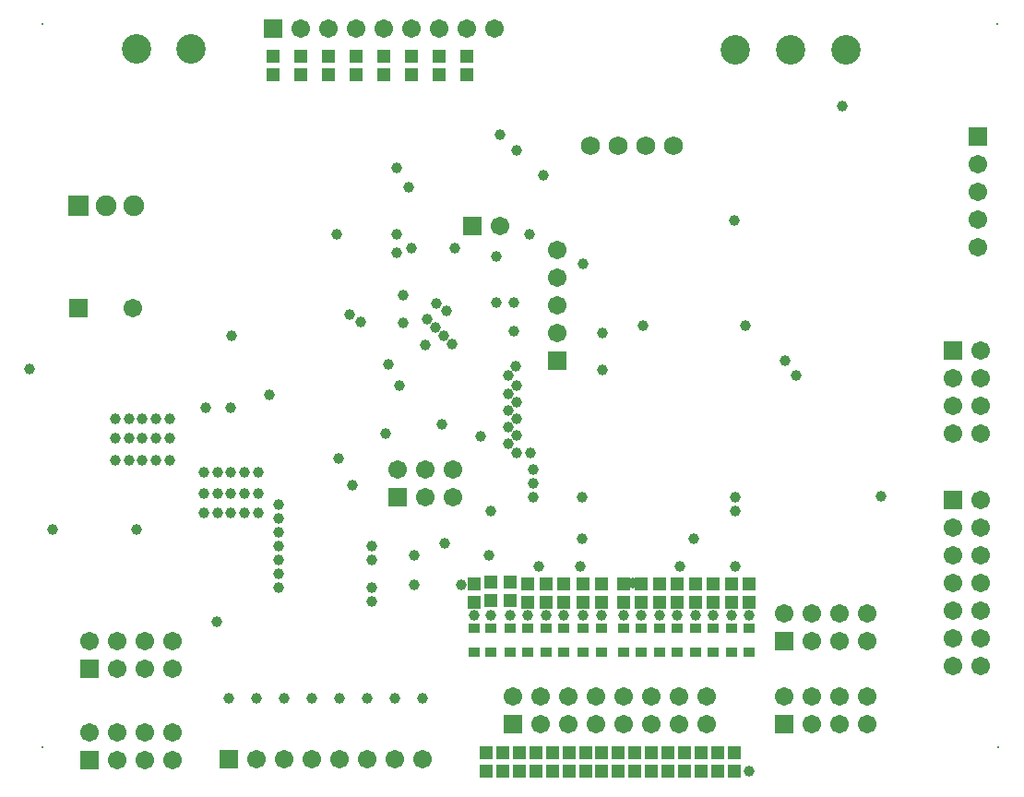
<source format=gbs>
%FSDAX23Y23*%
%MOIN*%
%SFA1B1*%

%IPPOS*%
%ADD60R,0.047400X0.051300*%
%ADD84C,0.067100*%
%ADD85R,0.067100X0.067100*%
%ADD86C,0.008000*%
%ADD87R,0.067100X0.067100*%
%ADD88R,0.074900X0.074900*%
%ADD89C,0.074900*%
%ADD90C,0.068000*%
%ADD91C,0.106400*%
%ADD92C,0.039500*%
%ADD93R,0.040700X0.032800*%
%LNde-110817-1*%
%LPD*%
G54D60*
X03835Y01163D03*
Y01096D03*
X03775Y01163D03*
Y01096D03*
X03715Y01163D03*
Y01096D03*
X03656Y01163D03*
Y01096D03*
X03596Y01163D03*
Y01096D03*
X03415Y01163D03*
Y01096D03*
X03535Y01163D03*
Y01096D03*
X03357Y01163D03*
Y01096D03*
X03475Y01163D03*
Y01096D03*
X03298Y01163D03*
Y01096D03*
X03238Y01163D03*
Y01096D03*
X03178Y01163D03*
Y01096D03*
X03119Y01163D03*
Y01096D03*
X03059Y01163D03*
Y01096D03*
X02999Y01163D03*
Y01096D03*
X02940Y01163D03*
Y01096D03*
X02895Y01706D03*
Y01773D03*
X02955Y01711D03*
Y01778D03*
X03025Y01711D03*
Y01778D03*
X03090Y01706D03*
Y01773D03*
X03355Y01706D03*
Y01773D03*
X03290Y01706D03*
Y01773D03*
X03220Y01706D03*
Y01773D03*
X03155Y01706D03*
Y01773D03*
X03435Y01706D03*
Y01773D03*
X03500Y01706D03*
Y01773D03*
X03565Y01706D03*
Y01773D03*
X03630Y01706D03*
Y01773D03*
X03890Y01706D03*
Y01773D03*
X03825Y01706D03*
Y01773D03*
X03760Y01706D03*
Y01773D03*
X03695Y01706D03*
Y01773D03*
X02170Y03611D03*
Y03678D03*
X02270Y03611D03*
Y03678D03*
X02370Y03611D03*
Y03678D03*
X02470Y03611D03*
Y03678D03*
X02570Y03611D03*
Y03678D03*
X02670Y03611D03*
Y03678D03*
X02770Y03611D03*
Y03678D03*
X02870Y03611D03*
Y03678D03*
G54D84*
X02270Y03780D03*
X02970D03*
X02870D03*
X02770D03*
X02670D03*
X02570D03*
X02470D03*
X02370D03*
X01663Y02770D03*
X04725Y02615D03*
X04625Y02515D03*
X04725D03*
X04625Y02415D03*
X04725D03*
X04625Y02315D03*
X04725D03*
X04715Y03290D03*
Y03190D03*
Y03090D03*
Y02990D03*
X04725Y01475D03*
X04625D03*
X04725Y01575D03*
X04625D03*
X04725Y01675D03*
X04625D03*
X04725Y01775D03*
X04625D03*
X04725Y01875D03*
X04625D03*
X04725Y01975D03*
X04625D03*
X04725Y02075D03*
X02710Y01140D03*
X02610D03*
X02510D03*
X02410D03*
X02310D03*
X02210D03*
X02110D03*
X01505Y01565D03*
X01605Y01465D03*
Y01565D03*
X01705Y01465D03*
Y01565D03*
X01805Y01465D03*
Y01565D03*
X01505Y01235D03*
X01605Y01135D03*
Y01235D03*
X01705Y01135D03*
Y01235D03*
X01805Y01135D03*
Y01235D03*
X04015Y01365D03*
X04115Y01265D03*
Y01365D03*
X04215Y01265D03*
Y01365D03*
X04315Y01265D03*
Y01365D03*
X04015Y01665D03*
X04115Y01565D03*
Y01665D03*
X04215Y01565D03*
Y01665D03*
X04315Y01565D03*
Y01665D03*
X03195Y02680D03*
Y02780D03*
Y02880D03*
Y02980D03*
X03735Y01365D03*
Y01265D03*
X03635Y01365D03*
Y01265D03*
X03535Y01365D03*
Y01265D03*
X03435Y01365D03*
Y01265D03*
X03335Y01365D03*
Y01265D03*
X03235Y01365D03*
Y01265D03*
X03135Y01365D03*
Y01265D03*
X03035Y01365D03*
X02990Y03065D03*
X02820Y02185D03*
Y02085D03*
X02720Y02185D03*
Y02085D03*
X02620Y02185D03*
G54D85*
X02170Y03780D03*
X01466Y02770D03*
X02010Y01140D03*
X01505Y01465D03*
Y01135D03*
X04015Y01265D03*
Y01565D03*
X03035Y01265D03*
X02890Y03065D03*
X02620Y02085D03*
G54D86*
X01336Y01183D03*
Y03795D03*
X04790Y01183D03*
X04785Y03795D03*
G54D87*
X04625Y02615D03*
X04715Y03390D03*
X04625Y02075D03*
X03195Y02580D03*
G54D88*
X01465Y03140D03*
G54D89*
X01565Y03140D03*
X01665D03*
G54D90*
X03315Y03355D03*
X03415D03*
X03515D03*
X03615D03*
G54D91*
X03840Y03701D03*
X04040D03*
X04240D03*
X01676Y03705D03*
X01873D03*
G54D92*
X02895Y01660D03*
X02955D03*
X03025D03*
X03090D03*
X03155D03*
X03220D03*
X03290D03*
X03355D03*
X03435D03*
X03500D03*
X03565D03*
X03630D03*
X03695D03*
X03760D03*
X03825D03*
X03890D03*
X02010Y01360D03*
X02110D03*
X02210D03*
X02310D03*
X02410D03*
X02510D03*
X02610Y01360D03*
X02710Y01360D03*
X02190Y01860D03*
Y01810D03*
Y01760D03*
Y01910D03*
X02525D03*
Y01860D03*
Y01760D03*
Y01710D03*
X03130Y01835D03*
X02850Y01770D03*
X03280Y01835D03*
X03840D03*
Y02035D03*
X03470Y01775D03*
X03285Y01935D03*
X03690D03*
X02950Y01875D03*
X03640Y01835D03*
X03285Y02085D03*
X03840D03*
X02190Y02060D03*
Y02010D03*
Y01960D03*
X03110Y02085D03*
Y02135D03*
X01675Y01970D03*
X02585Y02565D03*
X02625Y02490D03*
X02575Y02315D03*
X01373Y01970D03*
X02405Y02225D03*
X02455Y02130D03*
X02670Y02985D03*
X02615Y03035D03*
X02755Y02700D03*
X02785Y02670D03*
X02815Y02640D03*
X02760Y02785D03*
X02725Y02730D03*
X02795Y02760D03*
X04225Y03500D03*
X03835Y03085D03*
X02975Y02955D03*
X03095Y03035D03*
X03290Y02930D03*
X02640Y02715D03*
X03040Y02790D03*
Y02685D03*
X02660Y03205D03*
X02825Y02985D03*
X02400Y03035D03*
X02445Y02745D03*
X02485Y02720D03*
X02955Y02035D03*
X02790Y01920D03*
X02720Y02635D03*
X03875Y02705D03*
X03505D03*
X04020Y02580D03*
X01925Y02410D03*
X02015D03*
X02155Y02455D03*
X01290Y02550D03*
X01965Y01635D03*
X02680Y01875D03*
Y01770D03*
X02615Y03275D03*
X02640Y02815D03*
X02780Y02350D03*
X03045Y02560D03*
X03020Y02525D03*
X03050Y02490D03*
X03100Y02245D03*
X03050D03*
Y02430D03*
X03110Y02185D03*
X03050Y02370D03*
Y02310D03*
X03020Y02340D03*
Y02400D03*
Y02460D03*
Y02280D03*
X02920Y02305D03*
X02615Y02970D03*
X03360Y02680D03*
X02990Y03395D03*
X02975Y02790D03*
X03050Y03340D03*
X02020Y02670D03*
X03360Y02545D03*
X03145Y03250D03*
X04060Y02525D03*
X04365Y02090D03*
X03890Y01096D03*
X01920Y02175D03*
X01968D03*
X02017D03*
X02066D03*
X02115D03*
Y02100D03*
X02066D03*
X02017D03*
X01968D03*
X01920D03*
X02115Y02030D03*
X02066D03*
X02017D03*
X01968D03*
X01920D03*
X01795Y02220D03*
X01746D03*
X01697D03*
X01648D03*
X01600D03*
X01795Y02300D03*
X01746D03*
X01697D03*
X01648D03*
X01600D03*
X01795Y02370D03*
X01746D03*
X01697D03*
X01648D03*
X01600D03*
G54D93*
X02895Y01613D03*
Y01526D03*
X02955Y01613D03*
Y01526D03*
X03025Y01613D03*
Y01526D03*
X03090Y01613D03*
Y01526D03*
X03355Y01613D03*
Y01526D03*
X03290Y01613D03*
Y01526D03*
X03220Y01613D03*
Y01526D03*
X03155Y01613D03*
Y01526D03*
X03435Y01613D03*
Y01526D03*
X03500Y01613D03*
Y01526D03*
X03565Y01613D03*
Y01526D03*
X03630Y01613D03*
Y01526D03*
X03890Y01613D03*
Y01526D03*
X03825Y01613D03*
Y01526D03*
X03760Y01613D03*
Y01526D03*
X03695Y01613D03*
Y01526D03*
M02*
</source>
